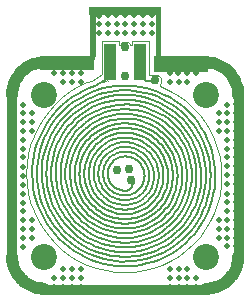
<source format=gbr>
G04 EAGLE Gerber RS-274X export*
G75*
%MOMM*%
%FSLAX34Y34*%
%LPD*%
%INBottom Copper*%
%IPPOS*%
%AMOC8*
5,1,8,0,0,1.08239X$1,22.5*%
G01*
%ADD10C,2.199994*%
%ADD11C,0.500000*%
%ADD12R,1.020000X3.169994*%
%ADD13R,0.411500X3.834094*%
%ADD14R,6.098288X0.638100*%
%ADD15R,0.609100X4.307194*%
%ADD16R,4.698994X1.236800*%
%ADD17R,0.949700X14.511069*%
%ADD18R,14.309775X0.825400*%
%ADD19R,0.953900X14.332375*%
%ADD20R,4.698988X1.338597*%
%ADD21C,0.000000*%
%ADD22C,0.200000*%
%ADD23C,0.999997*%
%ADD24C,0.756400*%


D10*
X137128Y137128D03*
X137128Y0D03*
X0Y0D03*
X0Y137128D03*
D11*
X53858Y189187D03*
X46406Y189128D03*
X61310Y189247D03*
X61191Y204151D03*
X61251Y196699D03*
X46287Y204032D03*
X46346Y196580D03*
X53798Y196639D03*
X53739Y204092D03*
X68762Y189307D03*
X68702Y196759D03*
X76155Y196818D03*
X76214Y189366D03*
X76095Y204270D03*
X68643Y204211D03*
X83666Y189426D03*
X83607Y196878D03*
X91059Y196938D03*
X91118Y189486D03*
X90999Y204390D03*
X83547Y204330D03*
X113622Y162586D03*
X106172Y162586D03*
X106234Y155194D03*
X106295Y147801D03*
X113745Y147801D03*
X121195Y147801D03*
X113684Y155194D03*
X121072Y162586D03*
X121134Y155194D03*
X128584Y155194D03*
X128522Y162586D03*
X135972Y162586D03*
X15932Y147801D03*
X908Y162586D03*
X8420Y155194D03*
X23381Y147801D03*
X30832Y147801D03*
X23320Y155194D03*
X15870Y155194D03*
X15808Y162586D03*
X8358Y162586D03*
X23258Y162586D03*
X30708Y162586D03*
X30770Y155194D03*
X-10672Y15932D03*
X-25457Y908D03*
X-18065Y8420D03*
X-10672Y23381D03*
X-10672Y30832D03*
X-18065Y23320D03*
X-18065Y15870D03*
X-25457Y15808D03*
X-25457Y8358D03*
X-25457Y23258D03*
X-25457Y30708D03*
X-18065Y30770D03*
X-18065Y38220D03*
X-25457Y38158D03*
X-25457Y45608D03*
X-18065Y45670D03*
X-18065Y53120D03*
X-25457Y53058D03*
X-25457Y60508D03*
X-18065Y60570D03*
X-18065Y68020D03*
X-25457Y67958D03*
X-25457Y75408D03*
X-18065Y75470D03*
X-25457Y135972D03*
X-25457Y128522D03*
X-18065Y128584D03*
X-18065Y121134D03*
X-25457Y121072D03*
X-18065Y113684D03*
X-10672Y121195D03*
X-10672Y113745D03*
X-10672Y106295D03*
X-18065Y106234D03*
X-25457Y106172D03*
X-25457Y98722D03*
X-18065Y98784D03*
X-18065Y91334D03*
X-25457Y91272D03*
X-25457Y83822D03*
X-18065Y83884D03*
X-25457Y113622D03*
X147801Y121195D03*
X162586Y136219D03*
X155194Y128707D03*
X147801Y113745D03*
X147801Y106295D03*
X155194Y113807D03*
X155194Y121257D03*
X162586Y121319D03*
X162586Y128769D03*
X162586Y113869D03*
X162586Y106419D03*
X155194Y106357D03*
X155194Y98907D03*
X162586Y98969D03*
X162586Y91519D03*
X155194Y91457D03*
X155194Y84007D03*
X162586Y84069D03*
X162586Y76619D03*
X155194Y76557D03*
X155194Y69107D03*
X162586Y69169D03*
X162586Y61719D03*
X155194Y61657D03*
X162586Y1155D03*
X162586Y8605D03*
X155194Y8543D03*
X155194Y15993D03*
X162586Y16055D03*
X155194Y23443D03*
X147801Y15932D03*
X147801Y23381D03*
X147801Y30832D03*
X155194Y30893D03*
X162586Y30955D03*
X162586Y38405D03*
X155194Y38343D03*
X155194Y45793D03*
X162586Y45855D03*
X162586Y53305D03*
X155194Y53243D03*
X162586Y23505D03*
X23505Y-25457D03*
X30955Y-25457D03*
X30893Y-18065D03*
X30832Y-10672D03*
X23381Y-10672D03*
X15932Y-10672D03*
X23443Y-18065D03*
X16055Y-25457D03*
X15993Y-18065D03*
X8543Y-18065D03*
X8605Y-25457D03*
X1155Y-25457D03*
X106357Y-18065D03*
X106419Y-25457D03*
X113869Y-25457D03*
X128769Y-25457D03*
X121319Y-25457D03*
X121257Y-18065D03*
X113807Y-18065D03*
X106295Y-10672D03*
X113745Y-10672D03*
X128707Y-18065D03*
X136219Y-25457D03*
X121195Y-10672D03*
D12*
X81259Y164746D03*
X55859Y164746D03*
D13*
X97001Y188079D03*
D14*
X68589Y208089D03*
D15*
X41143Y189743D03*
D16*
X19685Y163663D03*
D17*
X-27608Y69684D03*
D18*
X67738Y-28256D03*
D19*
X164789Y67851D03*
D20*
X116205Y162902D03*
D21*
X95258Y167785D02*
X94944Y169365D01*
X95258Y167785D02*
X96153Y166445D01*
X97493Y165550D01*
X99073Y165236D01*
X137128Y165236D01*
X137269Y165264D01*
X141531Y164928D01*
X145826Y163897D01*
X149906Y162207D01*
X153672Y159899D01*
X157031Y157031D01*
X159899Y153672D01*
X162207Y149906D01*
X163897Y145826D01*
X164928Y141531D01*
X165264Y137269D01*
X165236Y137128D01*
X165236Y0D01*
X165264Y-140D01*
X164928Y-4402D01*
X163897Y-8697D01*
X162207Y-12778D01*
X159899Y-16543D01*
X157031Y-19902D01*
X153672Y-22770D01*
X149906Y-25078D01*
X145826Y-26768D01*
X141531Y-27800D01*
X137269Y-28135D01*
X137128Y-28107D01*
X0Y-28107D01*
X-140Y-28135D01*
X-4402Y-27800D01*
X-8697Y-26768D01*
X-12778Y-25078D01*
X-16543Y-22770D01*
X-19902Y-19902D01*
X-22770Y-16543D01*
X-25078Y-12778D01*
X-26768Y-8697D01*
X-27800Y-4402D01*
X-28135Y-140D01*
X-28107Y0D01*
X-28107Y137128D01*
X-28135Y137269D01*
X-27800Y141531D01*
X-26768Y145826D01*
X-25078Y149906D01*
X-22770Y153672D01*
X-19902Y157031D01*
X-16543Y159899D01*
X-12778Y162207D01*
X-8697Y163897D01*
X-4402Y164928D01*
X-140Y165264D01*
X0Y165236D01*
X38054Y165236D01*
X39634Y165550D01*
X40974Y166445D01*
X41869Y167785D01*
X42183Y169365D01*
X42183Y207250D01*
X94944Y207250D01*
X94944Y169365D01*
X88359Y182595D02*
X74159Y182595D01*
X74159Y179003D01*
X72889Y178751D01*
X72378Y179984D01*
X71112Y181250D01*
X69459Y181935D01*
X67668Y181935D01*
X66014Y181250D01*
X64748Y179984D01*
X64229Y178731D01*
X62959Y178983D01*
X62959Y182595D01*
X48759Y182595D01*
X48759Y154213D01*
X40579Y149020D01*
X36361Y147510D01*
X28944Y144003D01*
X21907Y139785D01*
X15318Y134898D01*
X9239Y129388D01*
X3729Y123309D01*
X99060Y149001D02*
X98671Y150952D01*
X95912Y153711D02*
X93961Y154099D01*
X88409Y154099D01*
X88359Y154133D01*
X88359Y182595D01*
X53059Y149155D02*
X52768Y149120D01*
X52434Y149035D01*
X50542Y150678D02*
X50276Y150427D01*
X50978Y151514D02*
X50931Y151682D01*
X50820Y151833D01*
X53674Y148957D01*
X92023Y147394D02*
X92176Y147251D01*
X92023Y147394D02*
X91860Y147521D01*
X91686Y147634D01*
X91502Y147731D01*
X91307Y147814D01*
X91101Y147881D01*
X90884Y147934D01*
X90657Y147971D01*
X90419Y147994D01*
X90170Y148001D01*
X90170Y150001D01*
X90419Y150009D01*
X90657Y150031D01*
X90884Y150069D01*
X91101Y150121D01*
X91307Y150189D01*
X91502Y150271D01*
X91686Y150369D01*
X91860Y150481D01*
X92023Y150609D01*
X92176Y150751D01*
X92176Y147251D01*
X76171Y63627D02*
X76043Y63463D01*
X75931Y63289D01*
X75833Y63104D01*
X75751Y62909D01*
X75683Y62703D02*
X75631Y62486D01*
X75593Y62259D01*
X75571Y62021D01*
X75563Y61772D01*
X73563Y61772D02*
X73556Y62021D01*
X73533Y62259D01*
X73496Y62486D01*
X73443Y62703D01*
X73376Y62909D01*
X73293Y63104D01*
X73196Y63289D01*
X73083Y63463D01*
X72956Y63627D01*
X72813Y63778D01*
X76313Y63778D01*
X76171Y63627D01*
D22*
X69325Y55799D02*
X68932Y55785D01*
X69325Y55799D02*
X69716Y55840D01*
X70103Y55908D01*
X70485Y56003D01*
X70858Y56125D01*
X71223Y56272D01*
X71576Y56444D01*
X71916Y56641D01*
X72242Y56861D01*
X72552Y57103D01*
X72844Y57366D01*
X73117Y57649D01*
X73370Y57950D01*
X73601Y58268D01*
X73809Y58601D01*
X73994Y58948D01*
X74153Y59307D01*
X74288Y59676D01*
X74396Y60054D01*
X74478Y60439D01*
X74532Y60828D01*
X74560Y61220D01*
X74563Y61416D01*
X55906Y83960D02*
X56891Y84795D01*
X55906Y83960D02*
X54982Y83058D01*
X54123Y82094D01*
X53333Y81072D01*
X52616Y79998D01*
X51976Y78877D01*
X51416Y77713D01*
X50938Y76514D01*
X50546Y75284D01*
X50240Y74029D01*
X50022Y72757D01*
X49893Y71472D01*
X49855Y70181D01*
X49906Y68891D01*
X50048Y67607D01*
X50279Y66337D01*
X50597Y65085D01*
X51002Y63859D01*
X51492Y62665D01*
X52064Y61507D01*
X52715Y60392D01*
X53443Y59325D01*
X54243Y58312D01*
X55112Y57356D02*
X56045Y56464D01*
X60329Y53606D02*
X61511Y53087D01*
X62727Y52651D01*
X63970Y52302D01*
X65234Y52040D01*
X66513Y51866D01*
X67802Y51783D01*
X69092Y51788D01*
X66766Y84687D02*
X67775Y84762D01*
X66766Y84687D02*
X65765Y84541D01*
X54397Y74201D02*
X54157Y73218D01*
X53986Y72220D01*
X53885Y71213D01*
X53855Y70201D01*
X53896Y69190D02*
X54006Y68184D01*
X54187Y67188D02*
X54437Y66208D01*
X54754Y65247D01*
X55138Y64310D01*
X55586Y63403D01*
X56097Y62529D01*
X56667Y61693D01*
X57294Y60898D01*
X57975Y60150D02*
X58707Y59450D01*
X59485Y58804D01*
X60307Y58213D01*
X61168Y57681D01*
X62064Y57210D01*
X62990Y56804D01*
X63943Y56462D01*
X64918Y56188D01*
X65908Y55983D01*
X66911Y55847D01*
X67921Y55781D01*
X68932Y55785D01*
X52143Y49309D02*
X50721Y50491D01*
X52143Y49309D02*
X53645Y48230D01*
X55219Y47257D01*
X56856Y46397D01*
X58550Y45653D01*
X60291Y45029D01*
X62072Y44528D01*
X63883Y44153D01*
X65716Y43905D01*
X67562Y43785D01*
X69411Y43794D01*
X69571Y39798D02*
X71555Y39947D01*
X73524Y40234D01*
X75467Y40657D01*
X77377Y41215D01*
X79242Y41905D01*
X81056Y42723D01*
X82807Y43666D01*
X84489Y44729D01*
X86092Y45906D01*
X87610Y47192D01*
X89034Y48581D01*
X90357Y50066D01*
X91574Y51640D01*
X92678Y53295D01*
X93664Y55023D01*
X94527Y56815D01*
X95263Y58663D01*
X95868Y60558D01*
X96340Y62490D01*
X96675Y64451D01*
X96873Y66430D01*
X96933Y68419D01*
X96853Y70407D01*
X96635Y72384D01*
X96280Y74341D01*
X95789Y76269D01*
X95165Y78158D01*
X94411Y79998D01*
X93529Y81782D01*
X92526Y83499D01*
X91405Y85143D01*
X90173Y86704D01*
X88834Y88176D01*
X87397Y89551D01*
X85866Y90822D02*
X84251Y91983D01*
X82559Y93028D01*
X80798Y93953D01*
X78976Y94753D01*
X77104Y95424D01*
X75189Y95963D01*
X73241Y96367D01*
X71270Y96634D01*
X69285Y96762D01*
X67295Y96752D01*
X70241Y51874D02*
X69092Y51788D01*
X82470Y59602D02*
X83041Y60603D01*
X83541Y61640D01*
X83967Y62710D01*
X84317Y63807D01*
X84590Y64926D01*
X76611Y82606D02*
X75592Y83142D01*
X74537Y83605D01*
X73453Y83993D01*
X72344Y84305D01*
X70679Y47898D02*
X69252Y47791D01*
X70679Y47898D02*
X72095Y48105D01*
X73493Y48409D01*
X74867Y48810D01*
X76209Y49306D01*
X77513Y49895D01*
X78773Y50573D01*
X79983Y51337D01*
X81136Y52184D01*
X82228Y53110D01*
X83252Y54109D01*
X84204Y55177D01*
X85080Y56309D01*
X85874Y57499D01*
X86583Y58742D01*
X87204Y60031D01*
X87733Y61360D01*
X88168Y62724D01*
X88508Y64114D01*
X88749Y65524D01*
X88892Y66948D01*
X88935Y68378D01*
X88877Y69808D01*
X88721Y71230D01*
X88465Y72638D01*
X88112Y74024D01*
X87663Y75383D01*
X87120Y76707D01*
X86487Y77990D01*
X85765Y79226D01*
X84959Y80408D01*
X84072Y81531D01*
X83110Y82590D01*
X82075Y83578D01*
X80975Y84493D01*
X79813Y85328D02*
X78595Y86080D01*
X77329Y86746D01*
X76019Y87321D01*
X74672Y87804D01*
X73294Y88191D01*
X71893Y88482D01*
X70475Y88674D01*
X69047Y88767D01*
X67616Y88759D01*
X67615Y88759D01*
X67455Y92756D02*
X65889Y92639D01*
X64335Y92413D01*
X62801Y92078D01*
X61293Y91638D01*
X59820Y91093D01*
X58389Y90447D01*
X57006Y89703D01*
X55678Y88864D01*
X54412Y87935D01*
X53214Y86919D01*
X52090Y85823D01*
X51045Y84650D01*
X50084Y83408D01*
X49213Y82102D01*
X48435Y80738D01*
X47753Y79323D01*
X47172Y77864D02*
X46694Y76368D01*
X46322Y74842D01*
X46057Y73294D01*
X45901Y71731D01*
X45854Y70161D01*
X45916Y68592D01*
X46088Y67031D01*
X46369Y65486D01*
X46756Y63964D01*
X47249Y62473D01*
X47845Y61020D01*
X48540Y59612D01*
X49332Y58256D01*
X50217Y56958D01*
X51190Y55725D01*
X52247Y54564D01*
X53382Y53478D01*
X54590Y52475D01*
X55865Y51558D01*
X57201Y50733D01*
X58592Y50002D01*
X60030Y49371D01*
X61508Y48841D01*
X63020Y48416D01*
X64557Y48097D01*
X66114Y47886D01*
X67681Y47785D01*
X69251Y47792D01*
X69252Y47791D01*
X69411Y43794D02*
X71117Y43922D01*
X72809Y44169D01*
X74480Y44533D01*
X76121Y45012D01*
X77725Y45605D01*
X79284Y46309D01*
X80790Y47119D01*
X82236Y48033D01*
X83614Y49045D01*
X84919Y50151D01*
X86143Y51345D01*
X87281Y52621D01*
X88327Y53974D01*
X89276Y55397D02*
X90124Y56882D01*
X90865Y58423D02*
X91498Y60011D01*
X92018Y61640D01*
X92424Y63302D01*
X92712Y64987D01*
X92882Y66689D01*
X92934Y68398D01*
X92865Y70107D01*
X92678Y71807D01*
X92373Y73490D01*
X91951Y75147D01*
X91414Y76770D01*
X90765Y78353D01*
X90008Y79886D01*
X89146Y81363D01*
X88182Y82776D01*
X87123Y84118D01*
X85972Y85383D01*
X84736Y86565D01*
X83420Y87657D01*
X75887Y91615D02*
X74241Y92078D01*
X72567Y92425D01*
X72432Y31995D02*
X69891Y31804D01*
X72432Y31995D02*
X74953Y32362D01*
X77442Y32904D01*
X79888Y33619D01*
X82277Y34502D01*
X84600Y35550D01*
X86843Y36757D01*
X88997Y38118D01*
X91050Y39626D01*
X92994Y41273D01*
X94817Y43053D01*
X96513Y44954D01*
X101853Y53597D02*
X102796Y55964D01*
X103571Y58391D01*
X104175Y60866D01*
X104604Y63377D01*
X104858Y65912D01*
X104934Y68459D01*
X104832Y71004D01*
X104553Y73537D01*
X104098Y76043D01*
X103469Y78512D01*
X102670Y80931D01*
X101704Y83289D01*
X100576Y85573D01*
X99291Y87773D01*
X97856Y89878D01*
X96277Y91877D01*
X94563Y93762D01*
X92721Y95523D01*
X90761Y97150D01*
X88693Y98637D01*
X66977Y104746D02*
X66976Y104746D01*
X72869Y28019D02*
X70050Y27807D01*
X72869Y28019D02*
X75667Y28426D01*
X78429Y29028D01*
X81142Y29821D01*
X83794Y30801D01*
X86370Y31964D01*
X88860Y33303D01*
X91250Y34814D01*
X93528Y36487D01*
X95684Y38314D01*
X97708Y40288D01*
X105515Y51989D02*
X106560Y54615D01*
X107420Y57308D01*
X108090Y60054D01*
X108567Y62841D01*
X108849Y65653D01*
X108933Y68479D01*
X108820Y71304D01*
X108511Y74114D01*
X108006Y76895D01*
X107308Y79634D01*
X106421Y82319D01*
X105349Y84934D01*
X104097Y87469D01*
X102671Y89910D01*
X101079Y92245D01*
X99327Y94464D01*
X97425Y96555D01*
X95382Y98509D01*
X93207Y100315D01*
X73308Y24044D02*
X70210Y23811D01*
X73308Y24044D02*
X76381Y24491D01*
X79416Y25153D01*
X82398Y26024D01*
X85311Y27101D01*
X88142Y28378D01*
X90877Y29850D01*
X93503Y31509D01*
X96007Y33348D01*
X98376Y35357D01*
X100600Y37525D01*
X102666Y39844D01*
X104566Y42301D01*
X112933Y68501D02*
X112809Y71604D01*
X112469Y74692D01*
X111914Y77748D01*
X111148Y80758D01*
X110173Y83707D01*
X108995Y86581D01*
X107619Y89366D01*
X106053Y92048D01*
X104303Y94614D01*
X102378Y97052D01*
X100288Y99350D01*
X98043Y101496D01*
X95654Y103481D01*
X71994Y35971D02*
X69731Y35801D01*
X71994Y35971D02*
X74238Y36298D01*
X76455Y36781D01*
X78632Y37417D01*
X80760Y38204D01*
X84825Y40212D02*
X86743Y41424D01*
X88571Y42766D01*
X90302Y44233D01*
X91925Y45817D01*
X93435Y47511D01*
X94822Y49305D01*
X96081Y51192D01*
X97206Y53162D01*
X98190Y55206D02*
X99029Y57314D01*
X99719Y59475D01*
X100257Y61679D01*
X100639Y63915D01*
X100865Y66172D01*
X100933Y68439D01*
X100842Y70706D01*
X100594Y72961D01*
X95908Y85636D02*
X94630Y87511D01*
X93224Y89291D01*
X91698Y90969D01*
X83365Y9646D02*
X79239Y8748D01*
X83365Y9646D02*
X87419Y10831D01*
X91380Y12295D01*
X95229Y14032D01*
X98947Y16033D01*
X102517Y18289D01*
X105921Y20788D01*
X109142Y23519D01*
X112165Y26468D01*
X114975Y29620D01*
X117558Y32961D01*
X119902Y36473D01*
X121995Y40141D01*
X123827Y43946D02*
X125389Y47869D01*
X126674Y51891D02*
X127675Y55994D01*
X128387Y60156D01*
X128808Y64358D01*
X128934Y68579D01*
X128765Y72799D01*
X128303Y76996D01*
X125181Y89253D02*
X123580Y93160D01*
X121710Y96946D01*
X114584Y107396D02*
X111743Y110520D01*
X108691Y113438D01*
X105442Y116137D01*
X102013Y118601D01*
X98421Y120821D01*
X94683Y122785D01*
X90816Y124483D01*
X86841Y125908D01*
X82776Y127051D01*
X78641Y127909D01*
X74456Y128475D01*
X70242Y128749D01*
X66019Y128727D01*
X66018Y128727D01*
X117857Y50568D02*
X116501Y47163D01*
X117857Y50568D02*
X118972Y54058D01*
X119840Y57618D01*
X120458Y61230D01*
X120823Y64876D01*
X110751Y99347D02*
X108480Y102223D01*
X106015Y104934D01*
X103366Y107466D01*
X100547Y109808D01*
X97572Y111947D01*
X94454Y113873D01*
X91210Y115577D01*
X87855Y117051D01*
X84405Y118287D01*
X80878Y119279D01*
X77290Y120023D01*
X73658Y120515D01*
X70002Y120752D01*
X66337Y120733D01*
X78524Y12684D02*
X74622Y12115D01*
X78524Y12684D02*
X82378Y13523D01*
X86163Y14629D01*
X106450Y26478D02*
X109273Y29232D01*
X111897Y32176D01*
X120164Y45555D02*
X121623Y49219D01*
X122822Y52976D01*
X123757Y56807D01*
X124422Y60694D01*
X124815Y64618D02*
X124933Y68560D01*
X124775Y72500D01*
X124343Y76420D01*
X123639Y80300D01*
X122666Y84122D01*
X121428Y87866D01*
X119932Y91515D01*
X118186Y95051D01*
X116197Y98457D01*
X113975Y101715D01*
X111532Y104810D01*
X108878Y107728D01*
X106027Y110453D01*
X102994Y112973D01*
X99792Y115274D01*
X96437Y117348D01*
X92945Y119181D01*
X89335Y120767D01*
X85622Y122097D01*
X81826Y123165D02*
X77964Y123966D01*
X74056Y124495D01*
X70121Y124750D01*
X66177Y124730D01*
X75498Y4163D02*
X71008Y3826D01*
X75498Y4163D02*
X79953Y4812D01*
X84352Y5770D01*
X88673Y7033D01*
X92896Y8594D01*
X97000Y10446D01*
X100964Y12579D01*
X104770Y14984D01*
X108399Y17649D01*
X111833Y20560D01*
X115056Y23703D01*
X118051Y27064D01*
X120805Y30626D01*
X123304Y34371D01*
X125535Y38281D01*
X129154Y46520D02*
X130524Y50808D01*
X131591Y55182D01*
X132351Y59620D01*
X132260Y77573D02*
X131456Y82003D01*
X130345Y86366D01*
X128932Y90640D01*
X127225Y94806D01*
X125231Y98842D01*
X117635Y109983D02*
X114605Y113314D01*
X111351Y116425D01*
X107888Y119301D01*
X104232Y121929D01*
X100402Y124296D01*
X96417Y126389D01*
X92295Y128200D01*
X88056Y129718D01*
X83723Y130938D01*
X79314Y131851D01*
X74853Y132455D01*
X70360Y132747D01*
X65858Y132724D01*
X75936Y188D02*
X71168Y-168D01*
X75936Y188D02*
X80667Y877D01*
X85339Y1895D01*
X89928Y3236D01*
X94413Y4894D01*
X98771Y6860D01*
X102981Y9126D01*
X107023Y11680D01*
X110877Y14510D01*
X114524Y17601D01*
X117947Y20940D01*
X121128Y24509D01*
X124053Y28292D01*
X126706Y32269D01*
X129076Y36422D01*
X131150Y40729D01*
X132919Y45171D02*
X134374Y49726D01*
X135507Y54371D01*
X136313Y59083D01*
X136789Y63841D01*
X136932Y68620D01*
X136741Y73397D01*
X136217Y78150D01*
X135364Y82854D01*
X134184Y87488D01*
X132683Y92027D01*
X130870Y96451D01*
X128752Y100738D01*
X126341Y104866D01*
X123647Y108817D01*
X120685Y112570D01*
X117468Y116106D01*
X114012Y119410D01*
X110334Y122465D01*
X106452Y125256D01*
X102384Y127769D01*
X98151Y129993D01*
X93774Y131915D01*
X89273Y133528D01*
X84670Y134823D01*
X79989Y135793D01*
X75251Y136435D01*
X70479Y136744D01*
X65698Y136720D01*
X73746Y20068D02*
X70370Y19814D01*
X73746Y20068D02*
X77096Y20555D01*
X80404Y21276D01*
X83653Y22225D01*
X86828Y23399D01*
X89914Y24791D01*
X92895Y26396D01*
X95757Y28204D01*
X98485Y30207D01*
X101068Y32396D01*
X103491Y34760D01*
X105743Y37287D01*
X107814Y39965D01*
X109693Y42781D01*
X111371Y45722D01*
X112840Y48772D01*
X114092Y51917D02*
X115122Y55141D01*
X115924Y58430D01*
X116495Y61767D01*
X116832Y65135D01*
X116933Y68519D01*
X116798Y71902D01*
X116428Y75266D01*
X115823Y78597D01*
X114988Y81878D01*
X113925Y85092D01*
X112641Y88224D01*
X111142Y91259D01*
X109435Y94182D01*
X107528Y96979D01*
X105430Y99637D01*
X103152Y102141D01*
X100706Y104480D01*
X98101Y106643D01*
X95353Y108619D01*
X92473Y110399D01*
X89476Y111973D01*
X86377Y113334D01*
X83190Y114476D01*
X79931Y115393D01*
X76616Y116080D01*
X73262Y116534D01*
X69884Y116753D01*
X66498Y116736D01*
X66497Y116736D01*
X52507Y118223D02*
X49201Y117001D01*
X45988Y115551D01*
X42884Y113880D01*
X39904Y111997D01*
X37063Y109911D01*
X34374Y107632D01*
X31851Y105171D01*
X29505Y102540D01*
X27349Y99751D01*
X25393Y96819D01*
X23646Y93758D01*
X22117Y90581D01*
X20813Y87307D02*
X19740Y83949D01*
X18904Y80525D01*
X18310Y77050D01*
X17959Y73543D01*
X17854Y70020D01*
X17994Y66497D01*
X18380Y62994D01*
X19010Y59526D01*
X19880Y56110D01*
X20986Y52763D02*
X22323Y49502D01*
X23884Y46341D01*
X25662Y43297D01*
X27647Y40385D01*
X29832Y37618D01*
X32203Y35011D01*
X34751Y32575D01*
X37463Y30323D01*
X40325Y28265D01*
X43323Y26412D01*
X46444Y24773D01*
X49671Y23356D01*
X52989Y22167D01*
X56383Y21212D01*
X59834Y20497D01*
X63327Y20024D01*
X66844Y19796D01*
X70369Y19813D01*
X70370Y19814D01*
X62384Y124446D02*
X66177Y124730D01*
X62384Y124446D02*
X58620Y123898D01*
X54903Y123088D01*
X44216Y119137D02*
X40866Y117335D01*
X37650Y115303D01*
X34584Y113051D01*
X31682Y110591D01*
X28959Y107935D01*
X26428Y105095D01*
X24101Y102086D01*
X21990Y98921D01*
X20104Y95617D01*
X18454Y92190D02*
X17046Y88656D01*
X15889Y85032D01*
X14988Y81336D01*
X14346Y77587D01*
X13967Y73801D01*
X13854Y69999D01*
X14006Y66198D01*
X14422Y62417D01*
X15102Y58674D01*
X16040Y54988D01*
X17234Y51376D01*
X18677Y47856D01*
X20362Y44445D01*
X22280Y41160D01*
X24423Y38017D01*
X26780Y35032D01*
X29340Y32217D01*
X32090Y29589D01*
X35016Y27158D01*
X38105Y24938D01*
X41341Y22938D01*
X44709Y21169D01*
X48192Y19639D01*
X51773Y18356D01*
X55435Y17326D01*
X59160Y16554D01*
X62929Y16043D01*
X66725Y15797D01*
X70529Y15816D01*
X70529Y15817D01*
X57906Y127833D02*
X61947Y128422D01*
X57906Y127833D02*
X53916Y126964D01*
X49997Y125819D01*
X46167Y124403D01*
X38850Y120789D02*
X35398Y118607D01*
X32107Y116191D01*
X28992Y113550D01*
X26069Y110699D01*
X23352Y107651D01*
X20855Y104421D01*
X18588Y101024D01*
X16565Y97478D02*
X14793Y93799D01*
X13283Y90005D01*
X12040Y86116D01*
X11073Y82149D02*
X10384Y78124D01*
X9977Y74061D01*
X10019Y65900D02*
X10466Y61841D01*
X11195Y57824D01*
X12203Y53867D01*
X13484Y49990D01*
X15033Y46211D01*
X16841Y42551D01*
X18901Y39025D01*
X21201Y35651D01*
X23731Y32446D01*
X26478Y29426D01*
X29430Y26604D01*
X32571Y23995D01*
X35886Y21612D01*
X39360Y19466D01*
X42975Y17567D01*
X46713Y15925D01*
X50557Y14548D01*
X54488Y13442D01*
X58486Y12613D01*
X62533Y12065D01*
X66607Y11801D01*
X70689Y11820D01*
X61508Y132398D02*
X65858Y132724D01*
X61508Y132398D02*
X57191Y131769D01*
X52929Y130841D01*
X48742Y129617D01*
X44650Y128105D01*
X40673Y126310D01*
X36832Y124243D01*
X33144Y121913D01*
X29628Y119331D01*
X26300Y116510D01*
X23177Y113464D01*
X20275Y110208D01*
X17606Y106756D02*
X15185Y103128D01*
X13023Y99339D01*
X11130Y95408D02*
X9516Y91355D01*
X8189Y87199D01*
X7155Y82961D02*
X6419Y78662D01*
X5985Y74321D01*
X5854Y69960D01*
X7285Y56973D02*
X8362Y52745D01*
X9731Y48603D01*
X11385Y44567D01*
X13317Y40656D01*
X15518Y36889D01*
X17975Y33284D01*
X20678Y29860D01*
X23613Y26633D01*
X26767Y23618D01*
X30123Y20831D01*
X33665Y18285D01*
X37376Y15992D01*
X41238Y13963D01*
X45232Y12209D01*
X49339Y10737D01*
X53538Y9556D01*
X57810Y8670D01*
X62133Y8085D01*
X66486Y7802D01*
X70848Y7824D01*
X70849Y7823D01*
X61070Y136373D02*
X65698Y136720D01*
X61070Y136373D02*
X56477Y135704D01*
X51941Y134716D01*
X47486Y133415D01*
X43132Y131805D01*
X38901Y129896D01*
X34814Y127696D01*
X30890Y125217D01*
X27149Y122470D01*
X20285Y116227D02*
X17197Y112762D01*
X14358Y109090D01*
X11782Y105229D01*
X9481Y101198D01*
X7467Y97016D02*
X5750Y92703D01*
X4338Y88282D01*
X3238Y83772D01*
X2455Y79197D01*
X2548Y60687D02*
X3377Y56120D01*
X4522Y51622D01*
X5979Y47215D01*
X7739Y42920D01*
X9795Y38759D01*
X12136Y34751D01*
X14751Y30916D01*
X17627Y27272D01*
X20750Y23839D01*
X24105Y20631D01*
X27676Y17665D01*
X31445Y14956D01*
X60632Y140349D02*
X65539Y140717D01*
X60632Y140349D02*
X55763Y139640D01*
X50955Y138593D01*
X46231Y137213D01*
X41616Y135506D01*
X37130Y133482D01*
X32798Y131150D01*
X28637Y128521D01*
X24671Y125609D01*
X20917Y122427D01*
X17395Y118991D01*
X14121Y115318D01*
X11111Y111425D01*
X8379Y107332D01*
X5941Y103057D01*
X3806Y98624D01*
X1985Y94052D02*
X488Y89365D01*
X-677Y84584D01*
X-1507Y79734D01*
X-1997Y74837D01*
X-2144Y69919D01*
X-1947Y65002D01*
X-1408Y60110D01*
X-529Y55269D01*
X684Y50500D01*
X2228Y45828D01*
X4094Y41275D01*
X6274Y36863D01*
X8756Y32614D01*
X11528Y28548D01*
X14577Y24686D01*
X17888Y21045D01*
X21445Y17645D01*
X25230Y14501D01*
X33412Y9042D02*
X37769Y6753D01*
X42274Y4775D01*
X46906Y3115D01*
X51643Y1782D01*
X56462Y784D01*
X61338Y123D01*
X66249Y-194D01*
X71168Y-168D01*
X60194Y144326D02*
X65379Y144714D01*
X60194Y144326D02*
X55048Y143576D01*
X49967Y142469D01*
X44976Y141011D01*
X40098Y139208D01*
X35359Y137069D01*
X30779Y134605D01*
X26383Y131827D01*
X22192Y128749D01*
X18226Y125387D01*
X14503Y121756D01*
X11043Y117874D01*
X7862Y113760D01*
X4976Y109435D01*
X2399Y104918D01*
X143Y100233D01*
X-1780Y95402D01*
X-3362Y90448D02*
X-4595Y85397D01*
X-5472Y80271D01*
X-5989Y75097D01*
X-6145Y69899D01*
X-5937Y64703D01*
X-5368Y59535D01*
X-4439Y54418D01*
X-3156Y49379D01*
X-1524Y44441D01*
X447Y39630D01*
X2750Y34968D01*
X5373Y30477D01*
X8302Y26181D01*
X11524Y22099D01*
X15023Y18252D01*
X18782Y14659D01*
X22782Y11337D01*
X27004Y8301D01*
X31428Y5568D01*
X36031Y3150D01*
X40792Y1058D01*
X45688Y-694D01*
X50693Y-2102D01*
X55785Y-3158D01*
X60938Y-3856D01*
X66127Y-4193D01*
X71327Y-4166D01*
X71328Y-4165D01*
X38038Y142684D02*
X43163Y144622D01*
X38038Y142684D02*
X33061Y140393D01*
X28256Y137760D01*
X23646Y134799D01*
X19254Y131523D01*
X15101Y127949D01*
X11207Y124094D01*
X7592Y119976D01*
X4273Y115617D01*
X1266Y111036D01*
X-1413Y106257D01*
X-3753Y101303D01*
X-5742Y96197D01*
X-7370Y90965D01*
X-8628Y85633D01*
X-9512Y80225D01*
X-9239Y58377D02*
X-8220Y52993D01*
X-6828Y47693D01*
X-5070Y42504D01*
X-2954Y37450D01*
X-491Y32555D01*
X2307Y27845D01*
X5427Y23341D01*
X8854Y19066D01*
X12571Y15040D01*
X16560Y11284D01*
X20801Y7815D01*
X25274Y4649D01*
X29957Y1804D01*
X34826Y-706D01*
X39859Y-2872D01*
X45031Y-4681D01*
X50317Y-6125D01*
X55690Y-7198D01*
X61125Y-7892D01*
X66595Y-8206D01*
X71487Y-8162D01*
X76812Y-7763D01*
X82096Y-6993D01*
X87313Y-5857D01*
X92438Y-4359D01*
X97447Y-2508D01*
X102314Y-312D01*
X107016Y2217D01*
X111530Y5070D01*
X115834Y8230D01*
X119907Y11683D01*
X123729Y15411D01*
X127282Y19397D01*
X130548Y23622D01*
X133512Y28063D01*
X136158Y32701D01*
X138475Y37512D01*
X140450Y42472D01*
X142075Y47559D01*
X143341Y52746D01*
X144242Y58010D01*
X144773Y63323D02*
X144932Y68660D01*
X144719Y73995D01*
X144134Y79303D01*
X143181Y84556D01*
X141863Y89731D01*
X140187Y94801D01*
X138162Y99741D01*
X135798Y104529D01*
X133104Y109140D01*
X130097Y113551D01*
X126788Y117742D01*
X123195Y121693D01*
X119336Y125383D01*
X115228Y128794D01*
X110892Y131911D01*
X106350Y134718D01*
X101623Y137201D01*
X96734Y139348D01*
X91707Y141149D01*
X86567Y142595D01*
X81339Y143679D01*
X76047Y144395D01*
X70719Y144741D01*
X65379Y144714D01*
X76375Y-3787D02*
X71328Y-4165D01*
X76375Y-3787D02*
X81382Y-3057D01*
X86327Y-1980D01*
X91184Y-561D01*
X95930Y1192D01*
X100543Y3274D01*
X104999Y5672D01*
X109277Y8375D01*
X113356Y11370D01*
X117216Y14642D01*
X120838Y18176D01*
X124206Y21954D01*
X127301Y25957D01*
X130109Y30166D01*
X132617Y34562D01*
X134813Y39121D01*
X136685Y43822D01*
X138225Y48643D01*
X139424Y53559D01*
X140278Y58547D01*
X140781Y63582D02*
X140932Y68640D01*
X140730Y73697D01*
X140176Y78727D01*
X139272Y83706D01*
X138023Y88610D01*
X136435Y93415D01*
X134516Y98097D01*
X132275Y102634D01*
X129722Y107004D01*
X126872Y111184D01*
X123736Y115156D01*
X120331Y118900D01*
X116673Y122397D01*
X112781Y125630D01*
X108672Y128584D01*
X104367Y131244D01*
X99887Y133597D01*
X95254Y135632D01*
X90490Y137339D01*
X85618Y138709D01*
X80663Y139736D01*
X75649Y140415D01*
X70599Y140743D01*
X65539Y140717D01*
X66497Y116736D02*
X63261Y116494D01*
X60049Y116026D01*
X56878Y115335D01*
X53762Y114425D01*
X50718Y113299D01*
X47760Y111964D01*
X44902Y110426D01*
X42158Y108692D01*
X39542Y106771D01*
X37066Y104672D01*
X34743Y102406D01*
X32583Y99983D01*
X30598Y97416D01*
X28796Y94716D01*
X27188Y91897D01*
X25780Y88972D01*
X24579Y85957D01*
X23592Y82865D01*
X22822Y79712D01*
X22275Y76513D01*
X21952Y73283D02*
X21855Y70039D01*
X21984Y66796D01*
X22340Y63570D01*
X22920Y60376D01*
X23721Y57231D01*
X24739Y54150D01*
X25970Y51146D01*
X27408Y48236D01*
X29045Y45434D01*
X30873Y42752D01*
X32884Y40205D01*
X35068Y37804D01*
X37414Y35561D01*
X39911Y33487D01*
X42547Y31593D01*
X45308Y29886D01*
X48181Y28377D01*
X51153Y27072D01*
X54208Y25977D01*
X57332Y25099D01*
X60511Y24440D01*
X63727Y24004D01*
X66966Y23794D01*
X70210Y23811D01*
X63699Y112517D02*
X66657Y112739D01*
X63699Y112517D02*
X60764Y112090D01*
X57865Y111459D01*
X55018Y110627D01*
X52235Y109598D01*
X49532Y108378D01*
X46919Y106972D01*
X44412Y105387D01*
X42020Y103632D01*
X39758Y101713D01*
X37634Y99642D01*
X35661Y97428D01*
X33846Y95081D01*
X32200Y92613D01*
X30729Y90037D01*
X29442Y87364D01*
X28345Y84608D01*
X27442Y81782D01*
X26739Y78900D01*
X26239Y75976D01*
X25944Y73025D02*
X25855Y70060D01*
X25974Y67095D01*
X26298Y64147D01*
X26828Y61228D01*
X27560Y58353D01*
X28491Y55537D01*
X29616Y52792D01*
X30930Y50132D01*
X32426Y47571D01*
X34097Y45120D01*
X35935Y42791D01*
X37932Y40597D01*
X40076Y38547D01*
X42358Y36652D01*
X44766Y34920D01*
X47290Y33361D01*
X49916Y31981D01*
X52632Y30789D01*
X55425Y29788D01*
X58280Y28985D01*
X61185Y28382D01*
X64125Y27984D01*
X67085Y27792D01*
X70050Y27807D01*
X64137Y108542D02*
X66816Y108743D01*
X64137Y108542D02*
X61477Y108155D01*
X58852Y107583D01*
X56272Y106830D01*
X53752Y105898D01*
X51302Y104792D01*
X48936Y103519D01*
X46664Y102083D01*
X44499Y100493D01*
X42448Y98755D01*
X40525Y96879D01*
X38737Y94873D01*
X37093Y92747D01*
X35602Y90512D01*
X34270Y88178D01*
X33104Y85757D01*
X32110Y83260D01*
X31292Y80700D01*
X30655Y78090D01*
X30202Y75441D01*
X29934Y72767D02*
X29854Y70081D01*
X29961Y67396D01*
X30256Y64725D01*
X30736Y62081D01*
X31399Y59477D01*
X32242Y56925D01*
X33261Y54439D01*
X34452Y52029D01*
X35807Y49709D01*
X37320Y47489D01*
X38986Y45379D01*
X40794Y43391D01*
X42736Y41534D01*
X44803Y39818D01*
X46985Y38249D01*
X49271Y36836D01*
X51650Y35587D01*
X54111Y34506D01*
X56640Y33600D01*
X59227Y32872D01*
X61859Y32326D01*
X64522Y31966D01*
X67203Y31792D01*
X69890Y31805D01*
X69891Y31804D01*
X64575Y104566D02*
X66976Y104746D01*
X64575Y104566D02*
X62192Y104219D01*
X59839Y103707D01*
X57528Y103032D01*
X55269Y102196D01*
X53074Y101206D01*
X50954Y100065D01*
X48918Y98779D01*
X46977Y97353D01*
X45140Y95796D01*
X43416Y94115D01*
X41814Y92317D01*
X40341Y90412D01*
X39005Y88409D01*
X37811Y86318D01*
X36767Y84148D01*
X35876Y81911D01*
X35143Y79617D01*
X34572Y77278D01*
X34166Y74904D02*
X33926Y72508D01*
X33854Y70101D01*
X33950Y67695D01*
X34214Y65302D01*
X34644Y62932D01*
X35238Y60599D01*
X35994Y58312D01*
X36907Y56084D01*
X37974Y53925D01*
X39188Y51846D01*
X40545Y49856D01*
X42037Y47966D01*
X43657Y46185D01*
X45398Y44521D01*
X47250Y42982D01*
X49205Y41577D01*
X51254Y40311D01*
X53385Y39191D01*
X55590Y38222D01*
X57857Y37410D01*
X60175Y36758D01*
X62533Y36269D01*
X64919Y35946D01*
X67322Y35790D01*
X69730Y35802D01*
X69731Y35801D01*
X65013Y100590D02*
X67136Y100749D01*
X65013Y100590D02*
X62907Y100283D01*
X60827Y99830D01*
X58783Y99233D01*
X56787Y98495D01*
X54846Y97619D01*
X52971Y96610D01*
X51172Y95473D01*
X49456Y94213D01*
X47832Y92837D01*
X46308Y91350D01*
X44891Y89761D01*
X43589Y88077D01*
X42408Y86306D01*
X41352Y84457D01*
X40429Y82538D01*
X39641Y80561D01*
X38994Y78532D01*
X38489Y76464D02*
X38130Y74366D01*
X37918Y72248D01*
X37854Y70120D01*
X37939Y67993D01*
X38173Y65876D01*
X38553Y63782D01*
X39078Y61719D01*
X39746Y59697D01*
X40554Y57728D01*
X41497Y55819D01*
X42570Y53981D01*
X43770Y52222D01*
X45089Y50551D01*
X46521Y48976D01*
X48060Y47505D01*
X49698Y46144D01*
X51426Y44902D01*
X53237Y43783D01*
X55122Y42793D01*
X57071Y41937D01*
X59076Y41219D01*
X61125Y40642D01*
X63209Y40210D01*
X65319Y39924D01*
X67444Y39787D01*
X69571Y39798D01*
X74563Y61416D02*
X74563Y65563D01*
X83258Y151997D02*
X83258Y152339D01*
X83258Y151997D02*
X85359Y149896D01*
X85701Y149896D02*
X86595Y149001D01*
X55318Y152339D02*
X43163Y144622D01*
D23*
X164262Y139026D02*
X164328Y137128D01*
X164262Y139026D02*
X164064Y140914D01*
X163734Y142784D01*
X163275Y144626D01*
X162688Y146431D01*
X161977Y148192D01*
X161144Y149898D01*
X-9302Y162688D02*
X-11063Y161977D01*
X-14413Y160195D02*
X-15987Y159134D01*
X-17483Y157965D01*
X-18894Y156694D01*
X-24446Y149052D02*
X-25219Y147318D01*
X-25868Y145534D01*
X-26391Y143709D01*
X-26786Y141852D01*
X-27050Y139972D01*
X-27183Y138078D01*
X-27199Y137128D01*
X-22005Y-15987D02*
X-20836Y-17483D01*
X-19565Y-18894D01*
X-18200Y-20213D01*
X-16745Y-21433D01*
X-15210Y-22549D01*
X-13599Y-23555D01*
X-11923Y-24446D01*
X142784Y-26605D02*
X144626Y-26146D01*
X153116Y-22005D02*
X154612Y-20836D01*
X156023Y-19565D01*
X157342Y-18200D01*
X158562Y-16745D01*
X159678Y-15210D01*
X160684Y-13599D01*
X161576Y-11923D01*
X162348Y-10189D01*
X162997Y-8405D01*
D21*
X-1156Y116719D02*
X3729Y123309D01*
X-1156Y116719D02*
X-5374Y109683D01*
X-8882Y102266D01*
X-11645Y94541D01*
X-13639Y86583D01*
X-14843Y78468D01*
X-15245Y70273D01*
X-14843Y62079D01*
X-13639Y53964D01*
X-11645Y46005D01*
X-8882Y38281D01*
X-5374Y30864D01*
X-1156Y23827D01*
X3729Y17238D01*
X9239Y11159D01*
X15318Y5649D01*
X21907Y762D01*
X28944Y-3454D01*
X36361Y-6962D01*
X44085Y-9725D01*
X52044Y-11719D01*
X60159Y-12923D01*
X68353Y-13325D01*
X71130Y-13189D01*
X71487Y-13260D01*
X71690Y-13220D01*
X72080Y-13142D01*
X76431Y-12928D01*
X84352Y-11753D01*
X92120Y-9808D01*
X99660Y-7110D01*
X106898Y-3686D01*
X113767Y429D01*
X120199Y5199D01*
X126132Y10576D01*
X131510Y16510D01*
X136280Y22941D01*
X140397Y29810D01*
X143820Y37049D01*
X146518Y44588D01*
X148464Y52356D01*
X149639Y60277D01*
X150032Y68275D01*
X149639Y76273D01*
X148464Y84194D01*
X146518Y91962D01*
X143820Y99501D01*
X140397Y106740D01*
X136280Y113609D01*
X131510Y120040D01*
X126132Y125974D01*
X120199Y131351D01*
X113767Y136122D01*
X106898Y140238D01*
X99660Y143662D01*
X97981Y144263D01*
X97762Y145690D01*
X98671Y147050D01*
X99060Y149001D01*
X98671Y150952D02*
X97566Y152606D01*
X95912Y153711D01*
X53674Y148957D02*
X53512Y149073D01*
X53307Y149139D01*
X53059Y149155D01*
X52434Y149035D02*
X52057Y148899D01*
X51637Y148714D01*
X51174Y148477D01*
X50120Y147854D01*
X49101Y149577D01*
X49555Y149877D01*
X50276Y150427D01*
X50542Y150678D02*
X50745Y150912D01*
X50886Y151130D01*
X50963Y151330D01*
X50978Y151514D01*
X75751Y62909D02*
X75683Y62703D01*
X75563Y61772D02*
X73563Y61772D01*
D22*
X67615Y88759D02*
X66328Y88663D01*
X65050Y88477D01*
X63788Y88202D01*
X62549Y87840D01*
X61338Y87392D01*
X60161Y86861D01*
X59024Y86249D01*
X57932Y85559D01*
X56891Y84795D01*
X54243Y58312D02*
X55112Y57356D01*
X56045Y56464D02*
X57039Y55639D01*
X58087Y54885D01*
X59186Y54207D01*
X60329Y53606D01*
X64776Y84325D02*
X65765Y84541D01*
X64776Y84325D02*
X63804Y84041D01*
X62855Y83691D01*
X61933Y83274D01*
X61042Y82795D01*
X60186Y82254D01*
X59370Y81655D01*
X58598Y81001D01*
X57874Y80294D01*
X57200Y79538D01*
X56581Y78738D01*
X56019Y77896D01*
X55518Y77017D01*
X55079Y76105D01*
X54704Y75165D01*
X54397Y74201D01*
X53855Y70201D02*
X53896Y69190D01*
X54006Y68184D02*
X54187Y67188D01*
X57294Y60898D02*
X57975Y60150D01*
X65451Y96614D02*
X67295Y96752D01*
X65451Y96614D02*
X63620Y96348D01*
X61813Y95954D01*
X60038Y95435D01*
X58303Y94794D01*
X56617Y94033D01*
X54988Y93156D01*
X53424Y92168D01*
X51933Y91073D01*
X50523Y89877D01*
X49199Y88586D01*
X47968Y87205D01*
X46836Y85742D01*
X45810Y84203D01*
X44893Y82597D01*
X44090Y80930D01*
X43406Y79212D01*
X42843Y77450D01*
X42405Y75653D01*
X42093Y73829D01*
X41909Y71989D01*
X41854Y70140D01*
X41928Y68292D01*
X42130Y66453D01*
X42460Y64633D01*
X42917Y62841D01*
X43497Y61085D01*
X44199Y59373D01*
X45018Y57715D01*
X45951Y56117D01*
X46993Y54589D01*
X48139Y53138D01*
X49384Y51769D01*
X50721Y50491D01*
X85866Y90822D02*
X87397Y89551D01*
X71381Y52041D02*
X70241Y51874D01*
X71381Y52041D02*
X72506Y52286D01*
X73611Y52609D01*
X74692Y53008D01*
X75741Y53482D01*
X76756Y54028D01*
X77729Y54643D01*
X78657Y55325D01*
X79536Y56069D01*
X80360Y56873D01*
X81127Y57733D01*
X81831Y58644D01*
X82470Y59602D01*
X84590Y64926D02*
X84784Y66061D01*
X84899Y67207D01*
X84933Y68359D01*
X84887Y69509D01*
X84761Y70654D01*
X84555Y71787D01*
X84271Y72903D01*
X83910Y73997D01*
X83473Y75063D01*
X82963Y76095D01*
X82382Y77090D01*
X81733Y78041D01*
X81020Y78945D01*
X80245Y79797D01*
X79412Y80593D01*
X78526Y81329D01*
X77591Y82001D01*
X76611Y82606D01*
X72344Y84305D02*
X71217Y84539D01*
X70075Y84694D01*
X68926Y84768D01*
X67775Y84762D01*
X79813Y85328D02*
X80975Y84493D01*
X47753Y79323D02*
X47172Y77864D01*
X88327Y53974D02*
X89276Y55397D01*
X90124Y56882D02*
X90865Y58423D01*
X83420Y87657D02*
X82032Y88656D01*
X80577Y89555D01*
X79063Y90350D01*
X77497Y91038D01*
X75887Y91615D01*
X72567Y92425D02*
X70872Y92654D01*
X69165Y92765D01*
X67455Y92756D01*
X98071Y46970D02*
X96513Y44954D01*
X98071Y46970D02*
X99485Y49089D01*
X100748Y51302D01*
X101853Y53597D01*
X88693Y98637D02*
X86525Y99977D01*
X84270Y101161D01*
X81937Y102186D01*
X79539Y103045D01*
X77086Y103735D01*
X74592Y104252D01*
X72067Y104594D01*
X69525Y104759D01*
X66977Y104746D01*
X99589Y42399D02*
X97708Y40288D01*
X99589Y42399D02*
X101318Y44635D01*
X102887Y46986D01*
X104288Y49442D01*
X105515Y51989D01*
X93207Y100315D02*
X90912Y101965D01*
X88507Y103451D01*
X86004Y104766D01*
X83416Y105903D01*
X80755Y106856D01*
X78033Y107621D01*
X75266Y108195D01*
X72464Y108575D01*
X69643Y108757D01*
X66816Y108743D01*
X106290Y44885D02*
X104566Y42301D01*
X106290Y44885D02*
X107830Y47583D01*
X109177Y50381D01*
X110326Y53267D01*
X111271Y56226D01*
X112007Y59243D01*
X112531Y62305D01*
X112841Y65396D01*
X112933Y68501D01*
X95654Y103481D02*
X93132Y105294D01*
X90489Y106926D01*
X87739Y108371D01*
X84895Y109620D01*
X81971Y110668D01*
X78981Y111509D01*
X75940Y112139D01*
X72862Y112556D01*
X69762Y112757D01*
X66657Y112739D01*
X82828Y39137D02*
X80760Y38204D01*
X82828Y39137D02*
X84825Y40212D01*
X97206Y53162D02*
X98190Y55206D01*
X100594Y72961D02*
X100189Y75193D01*
X99629Y77391D01*
X98917Y79545D01*
X98056Y81644D01*
X97052Y83678D01*
X95908Y85636D01*
X91698Y90969D02*
X90058Y92537D01*
X88313Y93986D01*
X86471Y95310D01*
X84541Y96503D01*
X82533Y97558D01*
X80456Y98470D01*
X78320Y99235D01*
X76137Y99849D01*
X73916Y100310D01*
X71668Y100614D01*
X69404Y100761D01*
X67136Y100749D01*
X75060Y8139D02*
X70849Y7823D01*
X75060Y8139D02*
X79239Y8748D01*
X121995Y40141D02*
X123827Y43946D01*
X125389Y47869D02*
X126674Y51891D01*
X128303Y76996D02*
X127549Y81151D01*
X126506Y85243D01*
X125181Y89253D01*
X121710Y96946D02*
X119580Y100593D01*
X117201Y104082D01*
X114584Y107396D01*
X74184Y16091D02*
X70529Y15817D01*
X74184Y16091D02*
X77810Y16619D01*
X81390Y17400D01*
X84908Y18427D01*
X88345Y19698D01*
X91685Y21205D01*
X94912Y22942D01*
X98009Y24899D01*
X100963Y27068D01*
X103758Y29438D01*
X106382Y31996D01*
X108820Y34732D01*
X111061Y37631D01*
X113095Y40679D01*
X114911Y43861D01*
X116501Y47163D01*
X120823Y64876D02*
X120932Y68539D01*
X120786Y72201D01*
X120385Y75843D01*
X119731Y79449D01*
X118826Y83000D01*
X117676Y86479D01*
X116286Y89870D01*
X114663Y93155D01*
X112815Y96320D01*
X110751Y99347D01*
X74622Y12115D02*
X70689Y11820D01*
X86163Y14629D02*
X89862Y15997D01*
X93457Y17619D01*
X96929Y19488D01*
X100263Y21594D01*
X103442Y23928D01*
X106450Y26478D01*
X111897Y32176D02*
X114309Y35296D01*
X116498Y38577D01*
X118453Y42002D01*
X120164Y45555D01*
X124422Y60694D02*
X124815Y64618D01*
X85622Y122097D02*
X81826Y123165D01*
X127488Y42337D02*
X125535Y38281D01*
X127488Y42337D02*
X129154Y46520D01*
X132351Y59620D02*
X132799Y64099D01*
X132933Y68600D01*
X132753Y73098D01*
X132260Y77573D01*
X125231Y98842D02*
X122960Y102730D01*
X120424Y106450D01*
X117635Y109983D01*
X132919Y45171D02*
X131150Y40729D01*
X112840Y48772D02*
X114092Y51917D01*
X66337Y120733D02*
X62822Y120470D01*
X59334Y119962D01*
X55890Y119212D01*
X52507Y118223D01*
X22117Y90581D02*
X20813Y87307D01*
X19880Y56110D02*
X20986Y52763D01*
X51251Y122021D02*
X54903Y123088D01*
X51251Y122021D02*
X47683Y120702D01*
X44216Y119137D01*
X20104Y95617D02*
X18454Y92190D01*
X61947Y128422D02*
X66018Y128727D01*
X46167Y124403D02*
X42445Y122724D01*
X38850Y120789D01*
X18588Y101024D02*
X16565Y97478D01*
X12040Y86116D02*
X11073Y82149D01*
X9977Y74061D02*
X9855Y69980D01*
X10019Y65900D01*
X17606Y106756D02*
X20275Y110208D01*
X13023Y99339D02*
X11130Y95408D01*
X8189Y87199D02*
X7155Y82961D01*
X5854Y69960D02*
X6028Y65601D01*
X6506Y61265D01*
X7285Y56973D01*
X23608Y119468D02*
X27149Y122470D01*
X23608Y119468D02*
X20285Y116227D01*
X9481Y101198D02*
X7467Y97016D01*
X2455Y79197D02*
X1993Y74578D01*
X1854Y69939D01*
X2040Y65301D01*
X2548Y60687D01*
X31445Y14956D02*
X35393Y12516D01*
X39503Y10358D01*
X43753Y8491D01*
X48122Y6926D01*
X52590Y5669D01*
X57135Y4726D01*
X61735Y4104D01*
X66367Y3803D01*
X71008Y3826D01*
X1985Y94052D02*
X3806Y98624D01*
X25230Y14501D02*
X29226Y11628D01*
X33412Y9042D01*
X-3362Y90448D02*
X-1780Y95402D01*
X-9512Y80225D02*
X-10017Y74769D01*
X-10140Y69291D01*
X-9880Y63818D01*
X-9239Y58377D01*
X144242Y58010D02*
X144773Y63323D01*
X140781Y63582D02*
X140278Y58547D01*
X21952Y73283D02*
X22275Y76513D01*
X26239Y75976D02*
X25944Y73025D01*
X29934Y72767D02*
X30202Y75441D01*
X34166Y74904D02*
X34572Y77278D01*
X38489Y76464D02*
X38994Y78532D01*
X85359Y149896D02*
X85701Y149896D01*
X86595Y149001D02*
X93961Y149001D01*
D23*
X160195Y151542D02*
X161144Y149898D01*
X160195Y151542D02*
X159134Y153116D01*
X157965Y154612D01*
X156694Y156023D01*
X155329Y157342D01*
X153874Y158562D01*
X152339Y159678D01*
X150728Y160684D01*
X149052Y161576D01*
X147318Y162348D01*
X145534Y162997D01*
X143709Y163520D01*
X141852Y163915D01*
X139972Y164179D01*
X138078Y164312D01*
X137128Y164328D01*
X0Y164328D02*
X-1897Y164262D01*
X-3785Y164064D01*
X-5655Y163734D01*
X-7497Y163275D01*
X-9302Y162688D01*
X-11063Y161977D02*
X-12769Y161144D01*
X-14413Y160195D01*
X-18894Y156694D02*
X-20213Y155329D01*
X-21433Y153874D01*
X-22549Y152339D01*
X-23555Y150728D01*
X-24446Y149052D01*
X-27199Y0D02*
X-27133Y-1897D01*
X-26935Y-3785D01*
X-26605Y-5655D01*
X-26146Y-7497D01*
X-25559Y-9302D01*
X-24848Y-11063D01*
X-24015Y-12769D01*
X-23066Y-14413D01*
X-22005Y-15987D01*
X-11923Y-24446D02*
X-10189Y-25219D01*
X-8405Y-25868D01*
X-6580Y-26391D01*
X-4723Y-26786D01*
X-2843Y-27050D01*
X-949Y-27183D01*
X0Y-27199D01*
X137128Y-27199D02*
X139026Y-27133D01*
X140914Y-26935D01*
X142784Y-26605D01*
X144626Y-26146D02*
X146431Y-25559D01*
X148192Y-24848D01*
X149898Y-24015D01*
X151542Y-23066D01*
X153116Y-22005D01*
X162997Y-8405D02*
X163520Y-6580D01*
X163915Y-4723D01*
X164179Y-2843D01*
X164312Y-949D01*
X164328Y0D01*
D24*
X68500Y177500D03*
X68500Y153000D03*
X93500Y149500D03*
X73500Y65000D03*
X71500Y74300D03*
X62000Y73500D03*
M02*

</source>
